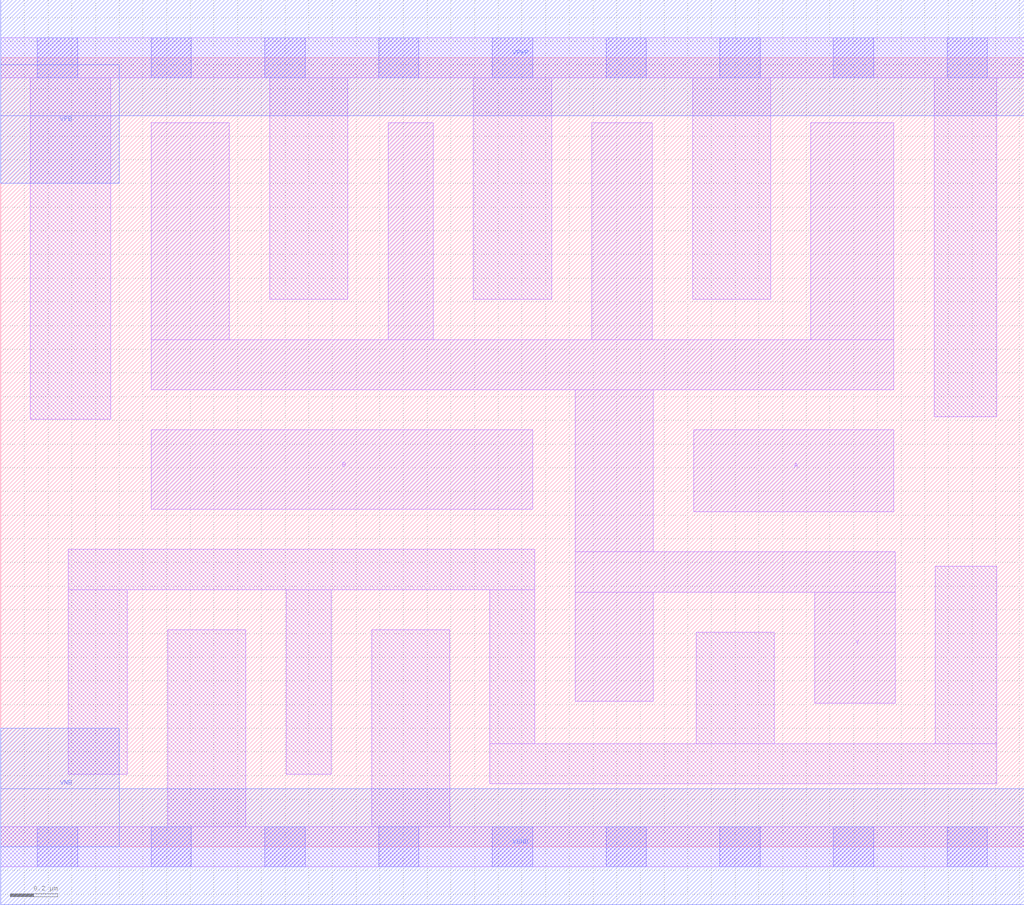
<source format=lef>
# Copyright 2020 The SkyWater PDK Authors
#
# Licensed under the Apache License, Version 2.0 (the "License");
# you may not use this file except in compliance with the License.
# You may obtain a copy of the License at
#
#     https://www.apache.org/licenses/LICENSE-2.0
#
# Unless required by applicable law or agreed to in writing, software
# distributed under the License is distributed on an "AS IS" BASIS,
# WITHOUT WARRANTIES OR CONDITIONS OF ANY KIND, either express or implied.
# See the License for the specific language governing permissions and
# limitations under the License.
#
# SPDX-License-Identifier: Apache-2.0

VERSION 5.5 ;
NAMESCASESENSITIVE ON ;
BUSBITCHARS "[]" ;
DIVIDERCHAR "/" ;
MACRO sky130_fd_sc_lp__nand2_4
  CLASS CORE ;
  SOURCE USER ;
  ORIGIN  0.000000  0.000000 ;
  SIZE  4.320000 BY  3.330000 ;
  SYMMETRY X Y R90 ;
  SITE unit ;
  PIN A
    ANTENNAGATEAREA  1.260000 ;
    DIRECTION INPUT ;
    USE SIGNAL ;
    PORT
      LAYER li1 ;
        RECT 2.925000 1.415000 3.770000 1.760000 ;
    END
  END A
  PIN B
    ANTENNAGATEAREA  1.260000 ;
    DIRECTION INPUT ;
    USE SIGNAL ;
    PORT
      LAYER li1 ;
        RECT 0.635000 1.425000 2.245000 1.760000 ;
    END
  END B
  PIN Y
    ANTENNADIFFAREA  1.881600 ;
    DIRECTION OUTPUT ;
    USE SIGNAL ;
    PORT
      LAYER li1 ;
        RECT 0.635000 1.930000 3.770000 2.140000 ;
        RECT 0.635000 2.140000 0.965000 3.055000 ;
        RECT 1.635000 2.140000 1.825000 3.055000 ;
        RECT 2.425000 0.615000 2.755000 1.075000 ;
        RECT 2.425000 1.075000 3.775000 1.245000 ;
        RECT 2.425000 1.245000 2.755000 1.930000 ;
        RECT 2.495000 2.140000 2.750000 3.055000 ;
        RECT 3.420000 2.140000 3.770000 3.055000 ;
        RECT 3.435000 0.605000 3.775000 1.075000 ;
    END
  END Y
  PIN VGND
    DIRECTION INOUT ;
    USE GROUND ;
    PORT
      LAYER met1 ;
        RECT 0.000000 -0.245000 4.320000 0.245000 ;
    END
  END VGND
  PIN VNB
    DIRECTION INOUT ;
    USE GROUND ;
    PORT
      LAYER met1 ;
        RECT 0.000000 0.000000 0.500000 0.500000 ;
    END
  END VNB
  PIN VPB
    DIRECTION INOUT ;
    USE POWER ;
    PORT
      LAYER met1 ;
        RECT 0.000000 2.800000 0.500000 3.300000 ;
    END
  END VPB
  PIN VPWR
    DIRECTION INOUT ;
    USE POWER ;
    PORT
      LAYER met1 ;
        RECT 0.000000 3.085000 4.320000 3.575000 ;
    END
  END VPWR
  OBS
    LAYER li1 ;
      RECT 0.000000 -0.085000 4.320000 0.085000 ;
      RECT 0.000000  3.245000 4.320000 3.415000 ;
      RECT 0.125000  1.805000 0.465000 3.245000 ;
      RECT 0.285000  0.305000 0.535000 1.085000 ;
      RECT 0.285000  1.085000 2.255000 1.255000 ;
      RECT 0.705000  0.085000 1.035000 0.915000 ;
      RECT 1.135000  2.310000 1.465000 3.245000 ;
      RECT 1.205000  0.305000 1.395000 1.085000 ;
      RECT 1.565000  0.085000 1.895000 0.915000 ;
      RECT 1.995000  2.310000 2.325000 3.245000 ;
      RECT 2.065000  0.265000 4.205000 0.435000 ;
      RECT 2.065000  0.435000 2.255000 1.085000 ;
      RECT 2.920000  2.310000 3.250000 3.245000 ;
      RECT 2.935000  0.435000 3.265000 0.905000 ;
      RECT 3.940000  1.815000 4.205000 3.245000 ;
      RECT 3.945000  0.435000 4.205000 1.185000 ;
    LAYER mcon ;
      RECT 0.155000 -0.085000 0.325000 0.085000 ;
      RECT 0.155000  3.245000 0.325000 3.415000 ;
      RECT 0.635000 -0.085000 0.805000 0.085000 ;
      RECT 0.635000  3.245000 0.805000 3.415000 ;
      RECT 1.115000 -0.085000 1.285000 0.085000 ;
      RECT 1.115000  3.245000 1.285000 3.415000 ;
      RECT 1.595000 -0.085000 1.765000 0.085000 ;
      RECT 1.595000  3.245000 1.765000 3.415000 ;
      RECT 2.075000 -0.085000 2.245000 0.085000 ;
      RECT 2.075000  3.245000 2.245000 3.415000 ;
      RECT 2.555000 -0.085000 2.725000 0.085000 ;
      RECT 2.555000  3.245000 2.725000 3.415000 ;
      RECT 3.035000 -0.085000 3.205000 0.085000 ;
      RECT 3.035000  3.245000 3.205000 3.415000 ;
      RECT 3.515000 -0.085000 3.685000 0.085000 ;
      RECT 3.515000  3.245000 3.685000 3.415000 ;
      RECT 3.995000 -0.085000 4.165000 0.085000 ;
      RECT 3.995000  3.245000 4.165000 3.415000 ;
  END
END sky130_fd_sc_lp__nand2_4
END LIBRARY

</source>
